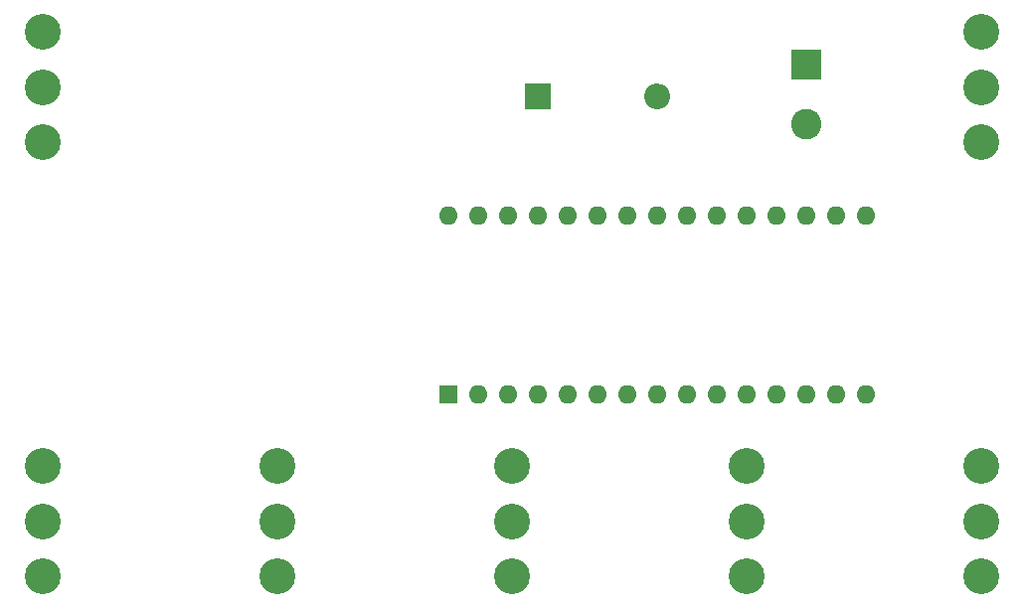
<source format=gbr>
G04 #@! TF.GenerationSoftware,KiCad,Pcbnew,(5.1.9)-1*
G04 #@! TF.CreationDate,2021-03-01T16:48:07-06:00*
G04 #@! TF.ProjectId,SW2,5357322e-6b69-4636-9164-5f7063625858,rev?*
G04 #@! TF.SameCoordinates,Original*
G04 #@! TF.FileFunction,Soldermask,Top*
G04 #@! TF.FilePolarity,Negative*
%FSLAX46Y46*%
G04 Gerber Fmt 4.6, Leading zero omitted, Abs format (unit mm)*
G04 Created by KiCad (PCBNEW (5.1.9)-1) date 2021-03-01 16:48:07*
%MOMM*%
%LPD*%
G01*
G04 APERTURE LIST*
%ADD10O,2.200000X2.200000*%
%ADD11R,2.200000X2.200000*%
%ADD12C,3.048000*%
%ADD13C,2.600000*%
%ADD14R,2.600000X2.600000*%
%ADD15O,1.600000X1.600000*%
%ADD16R,1.600000X1.600000*%
G04 APERTURE END LIST*
D10*
X109905800Y-58445400D03*
D11*
X99745800Y-58445400D03*
D12*
X77500000Y-99400000D03*
X77500000Y-94700000D03*
X77500000Y-90000000D03*
D13*
X122580400Y-60803800D03*
D14*
X122580400Y-55803800D03*
D15*
X127609600Y-68594400D03*
X127609600Y-83834400D03*
X92049600Y-68594400D03*
X125069600Y-83834400D03*
X94589600Y-68594400D03*
X122529600Y-83834400D03*
X97129600Y-68594400D03*
X119989600Y-83834400D03*
X99669600Y-68594400D03*
X117449600Y-83834400D03*
X102209600Y-68594400D03*
X114909600Y-83834400D03*
X104749600Y-68594400D03*
X112369600Y-83834400D03*
X107289600Y-68594400D03*
X109829600Y-83834400D03*
X109829600Y-68594400D03*
X107289600Y-83834400D03*
X112369600Y-68594400D03*
X104749600Y-83834400D03*
X114909600Y-68594400D03*
X102209600Y-83834400D03*
X117449600Y-68594400D03*
X99669600Y-83834400D03*
X119989600Y-68594400D03*
X97129600Y-83834400D03*
X122529600Y-68594400D03*
X94589600Y-83834400D03*
X125069600Y-68594400D03*
D16*
X92049600Y-83834400D03*
D12*
X137500000Y-62400000D03*
X137500000Y-57700000D03*
X137500000Y-53000000D03*
X57500000Y-99400000D03*
X57500000Y-94700000D03*
X57500000Y-90000000D03*
X57500000Y-62400000D03*
X57500000Y-57700000D03*
X57500000Y-53000000D03*
X97500000Y-99400000D03*
X97500000Y-94700000D03*
X97500000Y-90000000D03*
X117500000Y-99400000D03*
X117500000Y-94700000D03*
X117500000Y-90000000D03*
X137500000Y-99400000D03*
X137500000Y-94700000D03*
X137500000Y-90000000D03*
M02*

</source>
